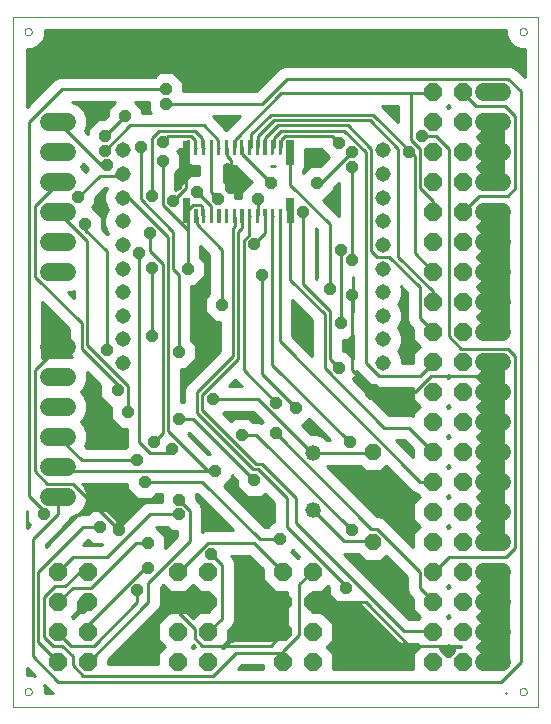
<source format=gbl>
G75*
G70*
%OFA0B0*%
%FSLAX24Y24*%
%IPPOS*%
%LPD*%
%AMOC8*
5,1,8,0,0,1.08239X$1,22.5*
%
%ADD10C,0.0000*%
%ADD11C,0.0520*%
%ADD12OC8,0.0520*%
%ADD13C,0.0515*%
%ADD14R,0.0240X0.0827*%
%ADD15R,0.0106X0.0472*%
%ADD16C,0.0600*%
%ADD17OC8,0.0600*%
%ADD18C,0.0100*%
%ADD19OC8,0.0400*%
D10*
X000150Y000150D02*
X000150Y023150D01*
X017650Y023150D01*
X017650Y000150D01*
X000150Y000150D01*
X000532Y000650D02*
X000534Y000671D01*
X000540Y000691D01*
X000549Y000711D01*
X000561Y000728D01*
X000576Y000742D01*
X000594Y000754D01*
X000614Y000762D01*
X000634Y000767D01*
X000655Y000768D01*
X000676Y000765D01*
X000696Y000759D01*
X000715Y000748D01*
X000732Y000735D01*
X000745Y000719D01*
X000756Y000701D01*
X000764Y000681D01*
X000768Y000661D01*
X000768Y000639D01*
X000764Y000619D01*
X000756Y000599D01*
X000745Y000581D01*
X000732Y000565D01*
X000715Y000552D01*
X000696Y000541D01*
X000676Y000535D01*
X000655Y000532D01*
X000634Y000533D01*
X000614Y000538D01*
X000594Y000546D01*
X000576Y000558D01*
X000561Y000572D01*
X000549Y000589D01*
X000540Y000609D01*
X000534Y000629D01*
X000532Y000650D01*
X017032Y000650D02*
X017034Y000671D01*
X017040Y000691D01*
X017049Y000711D01*
X017061Y000728D01*
X017076Y000742D01*
X017094Y000754D01*
X017114Y000762D01*
X017134Y000767D01*
X017155Y000768D01*
X017176Y000765D01*
X017196Y000759D01*
X017215Y000748D01*
X017232Y000735D01*
X017245Y000719D01*
X017256Y000701D01*
X017264Y000681D01*
X017268Y000661D01*
X017268Y000639D01*
X017264Y000619D01*
X017256Y000599D01*
X017245Y000581D01*
X017232Y000565D01*
X017215Y000552D01*
X017196Y000541D01*
X017176Y000535D01*
X017155Y000532D01*
X017134Y000533D01*
X017114Y000538D01*
X017094Y000546D01*
X017076Y000558D01*
X017061Y000572D01*
X017049Y000589D01*
X017040Y000609D01*
X017034Y000629D01*
X017032Y000650D01*
X017032Y022650D02*
X017034Y022671D01*
X017040Y022691D01*
X017049Y022711D01*
X017061Y022728D01*
X017076Y022742D01*
X017094Y022754D01*
X017114Y022762D01*
X017134Y022767D01*
X017155Y022768D01*
X017176Y022765D01*
X017196Y022759D01*
X017215Y022748D01*
X017232Y022735D01*
X017245Y022719D01*
X017256Y022701D01*
X017264Y022681D01*
X017268Y022661D01*
X017268Y022639D01*
X017264Y022619D01*
X017256Y022599D01*
X017245Y022581D01*
X017232Y022565D01*
X017215Y022552D01*
X017196Y022541D01*
X017176Y022535D01*
X017155Y022532D01*
X017134Y022533D01*
X017114Y022538D01*
X017094Y022546D01*
X017076Y022558D01*
X017061Y022572D01*
X017049Y022589D01*
X017040Y022609D01*
X017034Y022629D01*
X017032Y022650D01*
X000532Y022650D02*
X000534Y022671D01*
X000540Y022691D01*
X000549Y022711D01*
X000561Y022728D01*
X000576Y022742D01*
X000594Y022754D01*
X000614Y022762D01*
X000634Y022767D01*
X000655Y022768D01*
X000676Y022765D01*
X000696Y022759D01*
X000715Y022748D01*
X000732Y022735D01*
X000745Y022719D01*
X000756Y022701D01*
X000764Y022681D01*
X000768Y022661D01*
X000768Y022639D01*
X000764Y022619D01*
X000756Y022599D01*
X000745Y022581D01*
X000732Y022565D01*
X000715Y022552D01*
X000696Y022541D01*
X000676Y022535D01*
X000655Y022532D01*
X000634Y022533D01*
X000614Y022538D01*
X000594Y022546D01*
X000576Y022558D01*
X000561Y022572D01*
X000549Y022589D01*
X000540Y022609D01*
X000534Y022629D01*
X000532Y022650D01*
D11*
X010150Y008600D03*
X010150Y006700D03*
D12*
X012150Y007650D03*
X012150Y008650D03*
X012150Y010650D03*
X012150Y005650D03*
D13*
X012481Y011607D03*
X012481Y012394D03*
X012481Y013181D03*
X012481Y013969D03*
X012481Y014756D03*
X012481Y015544D03*
X012481Y016331D03*
X012481Y017119D03*
X012481Y017906D03*
X012481Y018693D03*
X003819Y018693D03*
X003819Y017906D03*
X003819Y017119D03*
X003819Y016331D03*
X003819Y015544D03*
X003819Y014756D03*
X003819Y013969D03*
X003819Y013181D03*
X003819Y012394D03*
X003819Y011607D03*
D14*
G36*
X005801Y017094D02*
X006040Y017095D01*
X006041Y016270D01*
X005802Y016269D01*
X005801Y017094D01*
G37*
G36*
X006038Y018200D02*
X005799Y018199D01*
X005798Y019024D01*
X006037Y019025D01*
X006038Y018200D01*
G37*
G36*
X009499Y018206D02*
X009260Y018205D01*
X009259Y019030D01*
X009498Y019031D01*
X009499Y018206D01*
G37*
G36*
X009262Y017100D02*
X009501Y017101D01*
X009502Y016276D01*
X009263Y016275D01*
X009262Y017100D01*
G37*
D15*
G36*
X009006Y016746D02*
X009111Y016747D01*
X009112Y016276D01*
X009007Y016275D01*
X009006Y016746D01*
G37*
G36*
X008751Y016745D02*
X008856Y016746D01*
X008857Y016275D01*
X008752Y016274D01*
X008751Y016745D01*
G37*
G36*
X008495Y016745D02*
X008600Y016746D01*
X008601Y016275D01*
X008496Y016274D01*
X008495Y016745D01*
G37*
G36*
X008239Y016744D02*
X008344Y016745D01*
X008345Y016274D01*
X008240Y016273D01*
X008239Y016744D01*
G37*
G36*
X007983Y016744D02*
X008088Y016745D01*
X008089Y016274D01*
X007984Y016273D01*
X007983Y016744D01*
G37*
G36*
X007727Y016743D02*
X007832Y016744D01*
X007833Y016273D01*
X007728Y016272D01*
X007727Y016743D01*
G37*
G36*
X007471Y016743D02*
X007576Y016744D01*
X007577Y016273D01*
X007472Y016272D01*
X007471Y016743D01*
G37*
G36*
X007215Y016743D02*
X007320Y016744D01*
X007321Y016273D01*
X007216Y016272D01*
X007215Y016743D01*
G37*
G36*
X006959Y016742D02*
X007064Y016743D01*
X007065Y016272D01*
X006960Y016271D01*
X006959Y016742D01*
G37*
G36*
X006703Y016742D02*
X006808Y016743D01*
X006809Y016272D01*
X006704Y016271D01*
X006703Y016742D01*
G37*
G36*
X006447Y016741D02*
X006552Y016742D01*
X006553Y016271D01*
X006448Y016270D01*
X006447Y016741D01*
G37*
G36*
X006192Y016741D02*
X006297Y016742D01*
X006298Y016271D01*
X006193Y016270D01*
X006192Y016741D01*
G37*
G36*
X006294Y018554D02*
X006189Y018553D01*
X006188Y019024D01*
X006293Y019025D01*
X006294Y018554D01*
G37*
G36*
X006549Y018555D02*
X006444Y018554D01*
X006443Y019025D01*
X006548Y019026D01*
X006549Y018555D01*
G37*
G36*
X006805Y018555D02*
X006700Y018554D01*
X006699Y019025D01*
X006804Y019026D01*
X006805Y018555D01*
G37*
G36*
X007061Y018556D02*
X006956Y018555D01*
X006955Y019026D01*
X007060Y019027D01*
X007061Y018556D01*
G37*
G36*
X007317Y018556D02*
X007212Y018555D01*
X007211Y019026D01*
X007316Y019027D01*
X007317Y018556D01*
G37*
G36*
X007573Y018557D02*
X007468Y018556D01*
X007467Y019027D01*
X007572Y019028D01*
X007573Y018557D01*
G37*
G36*
X007829Y018557D02*
X007724Y018556D01*
X007723Y019027D01*
X007828Y019028D01*
X007829Y018557D01*
G37*
G36*
X008085Y018557D02*
X007980Y018556D01*
X007979Y019027D01*
X008084Y019028D01*
X008085Y018557D01*
G37*
G36*
X008341Y018558D02*
X008236Y018557D01*
X008235Y019028D01*
X008340Y019029D01*
X008341Y018558D01*
G37*
G36*
X008597Y018558D02*
X008492Y018557D01*
X008491Y019028D01*
X008596Y019029D01*
X008597Y018558D01*
G37*
G36*
X008853Y018559D02*
X008748Y018558D01*
X008747Y019029D01*
X008852Y019030D01*
X008853Y018559D01*
G37*
G36*
X009108Y018559D02*
X009003Y018558D01*
X009002Y019029D01*
X009107Y019030D01*
X009108Y018559D01*
G37*
D16*
X015850Y018650D02*
X016450Y018650D01*
X016450Y019650D02*
X015850Y019650D01*
X015850Y020650D02*
X016450Y020650D01*
X016450Y017650D02*
X015850Y017650D01*
X015850Y016650D02*
X016450Y016650D01*
X016450Y015650D02*
X015850Y015650D01*
X015850Y014650D02*
X016450Y014650D01*
X016450Y013650D02*
X015850Y013650D01*
X015850Y012650D02*
X016450Y012650D01*
X016450Y011650D02*
X015850Y011650D01*
X015850Y010650D02*
X016450Y010650D01*
X016450Y009650D02*
X015850Y009650D01*
X015850Y008650D02*
X016450Y008650D01*
X016450Y007650D02*
X015850Y007650D01*
X015850Y006650D02*
X016450Y006650D01*
X016450Y005650D02*
X015850Y005650D01*
X015850Y004650D02*
X016450Y004650D01*
X016450Y003650D02*
X015850Y003650D01*
X015850Y002650D02*
X016450Y002650D01*
X016450Y001650D02*
X015850Y001650D01*
X001950Y007150D02*
X001350Y007150D01*
X001350Y008150D02*
X001950Y008150D01*
X001950Y009150D02*
X001350Y009150D01*
X001350Y010150D02*
X001950Y010150D01*
X001950Y011150D02*
X001350Y011150D01*
X001350Y012150D02*
X001950Y012150D01*
X001950Y014650D02*
X001350Y014650D01*
X001350Y015650D02*
X001950Y015650D01*
X001950Y016650D02*
X001350Y016650D01*
X001350Y017650D02*
X001950Y017650D01*
X001950Y018650D02*
X001350Y018650D01*
X001350Y019650D02*
X001950Y019650D01*
D17*
X001650Y004650D03*
X001650Y003650D03*
X001650Y002650D03*
X001650Y001650D03*
X002650Y001650D03*
X002650Y002650D03*
X002650Y003650D03*
X002650Y004650D03*
X005650Y004650D03*
X005650Y003650D03*
X005650Y002650D03*
X005650Y001650D03*
X006650Y001650D03*
X006650Y002650D03*
X006650Y003650D03*
X006650Y004650D03*
X009150Y004650D03*
X009150Y003650D03*
X009150Y002650D03*
X009150Y001650D03*
X010150Y001650D03*
X010150Y002650D03*
X010150Y003650D03*
X010150Y004650D03*
X014150Y004650D03*
X014150Y003650D03*
X014150Y002650D03*
X014150Y001650D03*
X015150Y001650D03*
X015150Y002650D03*
X015150Y003650D03*
X015150Y004650D03*
X015150Y005650D03*
X015150Y006650D03*
X015150Y007650D03*
X015150Y008650D03*
X015150Y009650D03*
X015150Y010650D03*
X015150Y011650D03*
X015150Y012650D03*
X015150Y013650D03*
X015150Y014650D03*
X015150Y015650D03*
X015150Y016650D03*
X015150Y017650D03*
X015150Y018650D03*
X015150Y019650D03*
X015150Y020650D03*
X014150Y020650D03*
X014150Y019650D03*
X014150Y018650D03*
X014150Y017650D03*
X014150Y016650D03*
X014150Y015650D03*
X014150Y014650D03*
X014150Y013650D03*
X014150Y012650D03*
X014150Y011650D03*
X014150Y010650D03*
X014150Y009650D03*
X014150Y008650D03*
X014150Y007650D03*
X014150Y006650D03*
X014150Y005650D03*
D18*
X014650Y006098D02*
X014598Y006150D01*
X014650Y006202D01*
X014702Y006150D01*
X014650Y006098D01*
X014606Y006159D02*
X014694Y006159D01*
X014650Y007098D02*
X014702Y007150D01*
X014650Y007202D01*
X014598Y007150D01*
X014650Y007098D01*
X014604Y007144D02*
X014696Y007144D01*
X014150Y007650D02*
X013710Y007650D01*
X009030Y012330D01*
X009030Y016470D01*
X009059Y016511D01*
X008804Y016510D02*
X008790Y016470D01*
X008790Y011550D01*
X011370Y008970D01*
X010716Y009030D02*
X010611Y009030D01*
X010507Y009134D01*
X010275Y009230D01*
X010084Y009230D01*
X009774Y009540D01*
X009806Y009540D01*
X010006Y009740D01*
X010716Y009030D01*
X010633Y009114D02*
X010527Y009114D01*
X010534Y009212D02*
X010319Y009212D01*
X010436Y009311D02*
X010003Y009311D01*
X009905Y009409D02*
X010337Y009409D01*
X010239Y009508D02*
X009806Y009508D01*
X009872Y009606D02*
X010140Y009606D01*
X010042Y009705D02*
X009971Y009705D01*
X009570Y010110D02*
X008430Y011250D01*
X008430Y014550D01*
X008190Y015570D02*
X008550Y015930D01*
X008550Y016470D01*
X008548Y016510D01*
X008310Y016530D02*
X008292Y016509D01*
X008310Y016530D02*
X008310Y017070D01*
X007920Y017486D02*
X007380Y017486D01*
X007410Y017430D02*
X007410Y018390D01*
X007290Y018510D01*
X007290Y018750D01*
X007264Y018791D01*
X007008Y018791D02*
X006990Y018810D01*
X006990Y019050D01*
X006510Y019530D01*
X004050Y019530D01*
X003210Y018690D01*
X003210Y019170D02*
X003870Y019830D01*
X003478Y020244D02*
X002267Y020244D01*
X002330Y020218D02*
X002107Y020310D01*
X003544Y020310D01*
X003300Y020066D01*
X003300Y019854D01*
X003186Y019740D01*
X002974Y019740D01*
X002640Y019406D01*
X002640Y019254D01*
X002549Y019345D01*
X002620Y019517D01*
X002620Y019783D01*
X002518Y020030D01*
X002330Y020218D01*
X002402Y020146D02*
X003379Y020146D01*
X003300Y020047D02*
X002500Y020047D01*
X002552Y019949D02*
X003300Y019949D01*
X003296Y019850D02*
X002592Y019850D01*
X002620Y019752D02*
X003198Y019752D01*
X002887Y019653D02*
X002620Y019653D01*
X002620Y019555D02*
X002788Y019555D01*
X002690Y019456D02*
X002595Y019456D01*
X002554Y019358D02*
X002640Y019358D01*
X002635Y019259D02*
X002640Y019259D01*
X002477Y018229D02*
X002646Y018060D01*
X002547Y017961D01*
X002518Y018030D01*
X002398Y018150D01*
X002477Y018229D01*
X002530Y018176D02*
X002423Y018176D01*
X002470Y018077D02*
X002629Y018077D01*
X002565Y017979D02*
X002539Y017979D01*
X003030Y017850D02*
X002310Y017130D01*
X002786Y016800D02*
X002880Y016894D01*
X002880Y017106D01*
X003204Y017430D01*
X003269Y017430D01*
X003192Y017243D01*
X003192Y016994D01*
X003287Y016763D01*
X003326Y016725D01*
X003287Y016687D01*
X003192Y016456D01*
X003192Y016206D01*
X003287Y015976D01*
X003326Y015937D01*
X003291Y015903D01*
X003120Y016074D01*
X003120Y016466D01*
X002786Y016800D01*
X002786Y016800D01*
X002790Y016797D02*
X003273Y016797D01*
X003299Y016698D02*
X002888Y016698D01*
X002987Y016600D02*
X003251Y016600D01*
X003211Y016501D02*
X003085Y016501D01*
X003120Y016403D02*
X003192Y016403D01*
X003192Y016304D02*
X003120Y016304D01*
X003120Y016206D02*
X003192Y016206D01*
X003233Y016107D02*
X003120Y016107D01*
X003185Y016009D02*
X003274Y016009D01*
X003284Y015910D02*
X003298Y015910D01*
X003270Y015330D02*
X003270Y012030D01*
X003730Y011684D02*
X003813Y011767D01*
X003930Y011767D01*
X003930Y011484D01*
X003730Y011684D01*
X003739Y011675D02*
X003930Y011675D01*
X003930Y011576D02*
X003838Y011576D01*
X003630Y010890D02*
X002430Y012090D01*
X002430Y012930D01*
X000870Y014490D01*
X000870Y016830D01*
X001650Y017610D01*
X001650Y017650D01*
X001650Y016650D02*
X002610Y015690D01*
X002610Y012210D01*
X003990Y010830D01*
X003990Y009990D01*
X003568Y009606D02*
X002441Y009606D01*
X002398Y009650D02*
X002518Y009770D01*
X002620Y010017D01*
X002620Y010283D01*
X002518Y010530D01*
X002398Y010650D01*
X002518Y010770D01*
X002620Y011017D01*
X002620Y011283D01*
X002604Y011322D01*
X003060Y010866D01*
X003060Y010474D01*
X003394Y010140D01*
X003420Y010140D01*
X003420Y009754D01*
X003754Y009420D01*
X003930Y009420D01*
X003930Y009054D01*
X003930Y008886D01*
X003951Y008837D01*
X003904Y008790D01*
X002604Y008790D01*
X002549Y008845D01*
X002620Y009017D01*
X002620Y009283D01*
X002518Y009530D01*
X002398Y009650D01*
X002452Y009705D02*
X003469Y009705D01*
X003420Y009803D02*
X002531Y009803D01*
X002572Y009902D02*
X003420Y009902D01*
X003420Y010000D02*
X002613Y010000D01*
X002620Y010099D02*
X003420Y010099D01*
X003337Y010197D02*
X002620Y010197D01*
X002615Y010296D02*
X003238Y010296D01*
X003140Y010394D02*
X002574Y010394D01*
X002533Y010493D02*
X003060Y010493D01*
X003060Y010591D02*
X002456Y010591D01*
X002437Y010690D02*
X003060Y010690D01*
X003060Y010788D02*
X002525Y010788D01*
X002566Y010887D02*
X003040Y010887D01*
X002941Y010985D02*
X002607Y010985D01*
X002620Y011084D02*
X002843Y011084D01*
X002744Y011182D02*
X002620Y011182D01*
X002620Y011281D02*
X002646Y011281D01*
X002122Y011804D02*
X002083Y011820D01*
X001217Y011820D01*
X001110Y011776D01*
X001110Y013656D01*
X002010Y012756D01*
X002010Y012006D01*
X002074Y011852D01*
X002122Y011804D01*
X002066Y011872D02*
X001110Y011872D01*
X001110Y011970D02*
X002025Y011970D01*
X002010Y012069D02*
X001110Y012069D01*
X001110Y012167D02*
X002010Y012167D01*
X002010Y012266D02*
X001110Y012266D01*
X001110Y012364D02*
X002010Y012364D01*
X002010Y012463D02*
X001110Y012463D01*
X001110Y012561D02*
X002010Y012561D01*
X002010Y012660D02*
X001110Y012660D01*
X001110Y012758D02*
X002008Y012758D01*
X001909Y012857D02*
X001110Y012857D01*
X001110Y012955D02*
X001811Y012955D01*
X001712Y013054D02*
X001110Y013054D01*
X001110Y013152D02*
X001614Y013152D01*
X001515Y013251D02*
X001110Y013251D01*
X001110Y013349D02*
X001417Y013349D01*
X001318Y013448D02*
X001110Y013448D01*
X001110Y013546D02*
X001220Y013546D01*
X001121Y013645D02*
X001110Y013645D01*
X001974Y013980D02*
X002083Y013980D01*
X002190Y014024D01*
X002190Y013764D01*
X001974Y013980D01*
X002014Y013940D02*
X002190Y013940D01*
X002190Y013842D02*
X002112Y013842D01*
X001650Y012150D02*
X000870Y011370D01*
X000870Y008010D01*
X001290Y007590D01*
X002130Y007590D01*
X003690Y006030D01*
X003606Y006060D02*
X003600Y006060D01*
X003600Y006054D02*
X003600Y006386D01*
X003266Y006720D01*
X002794Y006720D01*
X002644Y006570D01*
X002574Y006570D01*
X002406Y006570D01*
X002252Y006506D01*
X001230Y005484D01*
X001230Y005556D01*
X001888Y006214D01*
X002006Y006332D01*
X002067Y006480D01*
X002083Y006480D01*
X002330Y006582D01*
X002518Y006770D01*
X002620Y007017D01*
X002620Y007283D01*
X002518Y007530D01*
X002458Y007590D01*
X003960Y007590D01*
X003960Y007414D01*
X004294Y007080D01*
X004766Y007080D01*
X004916Y007230D01*
X005100Y007230D01*
X005100Y006990D01*
X004626Y006990D01*
X004472Y006926D01*
X003600Y006054D01*
X003600Y006159D02*
X003705Y006159D01*
X003803Y006257D02*
X003600Y006257D01*
X003600Y006356D02*
X003902Y006356D01*
X004000Y006454D02*
X003532Y006454D01*
X003434Y006553D02*
X004099Y006553D01*
X004197Y006651D02*
X003335Y006651D01*
X003030Y006150D02*
X002490Y006150D01*
X000990Y004650D01*
X000990Y002310D01*
X001650Y001650D01*
X002130Y001530D02*
X002130Y001830D01*
X001770Y002190D01*
X001470Y002190D01*
X001170Y002490D01*
X001170Y003810D01*
X001530Y004170D01*
X001890Y004170D01*
X002370Y004650D01*
X002650Y004650D01*
X002730Y004110D02*
X002130Y004110D01*
X001650Y003630D01*
X001650Y003650D01*
X002098Y003150D02*
X002320Y003372D01*
X002320Y003690D01*
X002814Y003690D01*
X002886Y003720D01*
X002486Y003320D01*
X002372Y003320D01*
X002150Y003098D01*
X002098Y003150D01*
X002143Y003105D02*
X002157Y003105D01*
X002151Y003204D02*
X002256Y003204D01*
X002250Y003302D02*
X002354Y003302D01*
X002320Y003401D02*
X002567Y003401D01*
X002665Y003499D02*
X002320Y003499D01*
X002320Y003598D02*
X002764Y003598D01*
X002828Y003696D02*
X002862Y003696D01*
X002730Y004110D02*
X004230Y005610D01*
X004650Y005610D01*
X005006Y006060D02*
X005374Y006060D01*
X005434Y006000D02*
X005610Y006000D01*
X005610Y005844D01*
X005220Y005454D01*
X005220Y005846D01*
X004916Y006150D01*
X005284Y006150D01*
X005434Y006000D01*
X005610Y005962D02*
X005105Y005962D01*
X005203Y005863D02*
X005610Y005863D01*
X005531Y005765D02*
X005220Y005765D01*
X005220Y005666D02*
X005432Y005666D01*
X005334Y005568D02*
X005220Y005568D01*
X005220Y005469D02*
X005235Y005469D01*
X004650Y004770D02*
X004530Y004770D01*
X002670Y002910D01*
X002670Y002670D01*
X002650Y002650D01*
X002850Y002190D02*
X002070Y002190D01*
X001650Y002610D01*
X001650Y002650D01*
X000810Y001830D02*
X000810Y005730D01*
X001650Y006570D01*
X001650Y007150D01*
X001170Y006690D02*
X000690Y007170D01*
X000690Y019650D01*
X001770Y020730D01*
X005250Y020730D01*
X005250Y020250D02*
X008430Y020250D01*
X009270Y021090D01*
X016650Y021090D01*
X017070Y020670D01*
X017070Y001650D01*
X016410Y000990D01*
X001650Y000990D01*
X000810Y001830D01*
X000600Y001446D02*
X000874Y001172D01*
X000763Y001218D01*
X000600Y001218D01*
X000600Y001446D01*
X000600Y001431D02*
X000616Y001431D01*
X000600Y001332D02*
X000714Y001332D01*
X000813Y001234D02*
X000600Y001234D01*
X001172Y000874D02*
X001412Y000634D01*
X001494Y000600D01*
X001218Y000600D01*
X001218Y000763D01*
X001172Y000874D01*
X001186Y000840D02*
X001207Y000840D01*
X001218Y000741D02*
X001305Y000741D01*
X001218Y000643D02*
X001404Y000643D01*
X002130Y001530D02*
X002490Y001170D01*
X006810Y001170D01*
X007590Y001950D01*
X009150Y001950D01*
X009150Y001650D01*
X009150Y001950D02*
X009150Y002010D01*
X009690Y002550D01*
X009690Y004230D01*
X010110Y004650D01*
X010150Y004650D01*
X010636Y004189D02*
X010638Y004189D01*
X010637Y004189D02*
X010680Y004146D01*
X010680Y003874D01*
X011014Y003540D01*
X011486Y003540D01*
X011596Y003650D01*
X012814Y002432D01*
X012932Y002314D01*
X013086Y002250D01*
X013602Y002250D01*
X013702Y002150D01*
X013480Y001928D01*
X013480Y001410D01*
X010820Y001410D01*
X010820Y001928D01*
X010598Y002150D01*
X010820Y002372D01*
X010820Y002928D01*
X010428Y003320D01*
X010110Y003320D01*
X010110Y003980D01*
X010428Y003980D01*
X010637Y004189D01*
X010680Y004090D02*
X010538Y004090D01*
X010439Y003992D02*
X010680Y003992D01*
X010680Y003893D02*
X010110Y003893D01*
X010110Y003795D02*
X010759Y003795D01*
X010858Y003696D02*
X010110Y003696D01*
X010150Y003650D02*
X010170Y003630D01*
X011910Y003630D01*
X013350Y002190D01*
X015090Y002190D01*
X015090Y002130D01*
X014370Y002130D01*
X014370Y002070D01*
X014610Y001830D01*
X014670Y001830D01*
X014850Y002010D01*
X014850Y002070D01*
X014490Y002070D01*
X014490Y002010D01*
X014610Y001890D01*
X014670Y001890D01*
X014730Y001950D01*
X014730Y002010D01*
X014670Y002010D01*
X014650Y002098D02*
X014598Y002150D01*
X014650Y002202D01*
X014702Y002150D01*
X014650Y002098D01*
X014628Y002120D02*
X014672Y002120D01*
X014150Y002650D02*
X014130Y002670D01*
X013170Y002670D01*
X009570Y006270D01*
X009570Y007110D01*
X008430Y008250D01*
X008250Y008250D01*
X006450Y010050D01*
X006450Y010530D01*
X007650Y011730D01*
X007650Y015990D01*
X007770Y016110D01*
X007770Y016470D01*
X007780Y016508D01*
X007530Y016470D02*
X007530Y016170D01*
X007470Y016110D01*
X007470Y011850D01*
X006270Y010650D01*
X006270Y009930D01*
X008130Y008070D01*
X008310Y008070D01*
X009270Y007110D01*
X009270Y006150D01*
X011250Y004170D01*
X011250Y004110D01*
X011544Y003598D02*
X011649Y003598D01*
X011747Y003499D02*
X010110Y003499D01*
X010110Y003401D02*
X011846Y003401D01*
X011944Y003302D02*
X010446Y003302D01*
X010544Y003204D02*
X012043Y003204D01*
X012141Y003105D02*
X010643Y003105D01*
X010741Y003007D02*
X012240Y003007D01*
X012338Y002908D02*
X010820Y002908D01*
X010820Y002810D02*
X012437Y002810D01*
X012535Y002711D02*
X010820Y002711D01*
X010820Y002613D02*
X012634Y002613D01*
X012732Y002514D02*
X010820Y002514D01*
X010820Y002416D02*
X012831Y002416D01*
X012929Y002317D02*
X010765Y002317D01*
X010666Y002219D02*
X013634Y002219D01*
X013672Y002120D02*
X010628Y002120D01*
X010726Y002022D02*
X013574Y002022D01*
X013480Y001923D02*
X010820Y001923D01*
X010820Y001825D02*
X013480Y001825D01*
X013480Y001726D02*
X010820Y001726D01*
X010820Y001628D02*
X013480Y001628D01*
X013480Y001529D02*
X010820Y001529D01*
X010820Y001431D02*
X013480Y001431D01*
X013344Y003090D02*
X011184Y005250D01*
X011659Y005250D01*
X011889Y005020D01*
X012411Y005020D01*
X012578Y005188D01*
X013290Y004476D01*
X013290Y004026D01*
X013354Y003872D01*
X013480Y003746D01*
X013480Y003372D01*
X013702Y003150D01*
X013642Y003090D01*
X013344Y003090D01*
X013329Y003105D02*
X013657Y003105D01*
X013649Y003204D02*
X013230Y003204D01*
X013132Y003302D02*
X013550Y003302D01*
X013480Y003401D02*
X013033Y003401D01*
X012935Y003499D02*
X013480Y003499D01*
X013480Y003598D02*
X012836Y003598D01*
X012738Y003696D02*
X013480Y003696D01*
X013432Y003795D02*
X012639Y003795D01*
X012541Y003893D02*
X013345Y003893D01*
X013304Y003992D02*
X012442Y003992D01*
X012344Y004090D02*
X013290Y004090D01*
X013290Y004189D02*
X012245Y004189D01*
X012147Y004287D02*
X013290Y004287D01*
X013290Y004386D02*
X012048Y004386D01*
X011950Y004484D02*
X013282Y004484D01*
X013184Y004583D02*
X011851Y004583D01*
X011753Y004681D02*
X013085Y004681D01*
X012987Y004780D02*
X011654Y004780D01*
X011556Y004878D02*
X012888Y004878D01*
X012790Y004977D02*
X011457Y004977D01*
X011359Y005075D02*
X011834Y005075D01*
X011736Y005174D02*
X011260Y005174D01*
X011190Y005670D02*
X010170Y006690D01*
X010150Y006700D01*
X011138Y007636D02*
X013130Y007636D01*
X013229Y007538D02*
X011236Y007538D01*
X011335Y007439D02*
X013327Y007439D01*
X013354Y007412D02*
X013472Y007294D01*
X013620Y007233D01*
X013702Y007150D01*
X013480Y006928D01*
X013480Y006372D01*
X013702Y006150D01*
X013480Y005928D01*
X013480Y005474D01*
X012508Y006446D01*
X012354Y006510D01*
X012264Y006510D01*
X010607Y008167D01*
X010631Y008190D01*
X011719Y008190D01*
X011889Y008020D01*
X012411Y008020D01*
X012578Y008188D01*
X013354Y007412D01*
X013426Y007341D02*
X011433Y007341D01*
X011532Y007242D02*
X013597Y007242D01*
X013696Y007144D02*
X011630Y007144D01*
X011729Y007045D02*
X013597Y007045D01*
X013499Y006947D02*
X011827Y006947D01*
X011926Y006848D02*
X013480Y006848D01*
X013480Y006750D02*
X012024Y006750D01*
X012123Y006651D02*
X013480Y006651D01*
X013480Y006553D02*
X012221Y006553D01*
X012489Y006454D02*
X013480Y006454D01*
X013497Y006356D02*
X012598Y006356D01*
X012697Y006257D02*
X013595Y006257D01*
X013694Y006159D02*
X012795Y006159D01*
X012894Y006060D02*
X013612Y006060D01*
X013514Y005962D02*
X012992Y005962D01*
X013091Y005863D02*
X013480Y005863D01*
X013480Y005765D02*
X013189Y005765D01*
X013288Y005666D02*
X013480Y005666D01*
X013480Y005568D02*
X013386Y005568D01*
X012691Y005075D02*
X012466Y005075D01*
X012564Y005174D02*
X012593Y005174D01*
X012150Y005650D02*
X012150Y005670D01*
X011190Y005670D01*
X011430Y006030D02*
X008250Y009210D01*
X007770Y009210D01*
X008156Y009630D02*
X008006Y009780D01*
X007534Y009780D01*
X007424Y009670D01*
X007150Y009944D01*
X007196Y009990D01*
X008136Y009990D01*
X008480Y009646D01*
X008426Y009592D01*
X008334Y009630D01*
X008156Y009630D01*
X008082Y009705D02*
X008422Y009705D01*
X008440Y009606D02*
X008391Y009606D01*
X008323Y009803D02*
X007291Y009803D01*
X007389Y009705D02*
X007458Y009705D01*
X007192Y009902D02*
X008225Y009902D01*
X008310Y010410D02*
X010110Y008610D01*
X010150Y008600D01*
X010170Y008610D01*
X012150Y008610D01*
X012150Y008650D01*
X012519Y008129D02*
X012638Y008129D01*
X012736Y008030D02*
X012421Y008030D01*
X012835Y007932D02*
X010842Y007932D01*
X010744Y008030D02*
X011879Y008030D01*
X011781Y008129D02*
X010645Y008129D01*
X010941Y007833D02*
X012933Y007833D01*
X013032Y007735D02*
X011039Y007735D01*
X012090Y006090D02*
X012270Y006090D01*
X013710Y004650D01*
X013710Y004110D01*
X014130Y003690D01*
X014150Y003650D01*
X014598Y004150D02*
X014650Y004202D01*
X014702Y004150D01*
X014650Y004098D01*
X014598Y004150D01*
X014636Y004189D02*
X014664Y004189D01*
X014190Y004650D02*
X014150Y004650D01*
X014190Y004650D02*
X014670Y005130D01*
X016590Y005130D01*
X016890Y005430D01*
X016890Y011850D01*
X016650Y012090D01*
X015090Y012090D01*
X014670Y012510D01*
X014670Y018750D01*
X014250Y019170D01*
X013770Y019170D01*
X013410Y019050D02*
X013710Y018750D01*
X013710Y017430D01*
X014130Y017010D01*
X014130Y016650D01*
X014150Y016650D01*
X015150Y016650D02*
X015690Y017190D01*
X016650Y017190D01*
X016890Y017430D01*
X016890Y019830D01*
X016530Y020190D01*
X015570Y020190D01*
X015150Y020610D01*
X015150Y020650D01*
X015820Y020638D02*
X016508Y020638D01*
X016536Y020610D02*
X015820Y020610D01*
X015820Y020670D01*
X016476Y020670D01*
X016536Y020610D01*
X017006Y021328D02*
X017200Y021328D01*
X017200Y021426D02*
X016908Y021426D01*
X016888Y021446D02*
X016734Y021510D01*
X009186Y021510D01*
X009032Y021446D01*
X008914Y021328D01*
X008256Y020670D01*
X005820Y020670D01*
X005820Y020966D01*
X005486Y021300D01*
X005014Y021300D01*
X004864Y021150D01*
X001686Y021150D01*
X001532Y021086D01*
X001414Y020968D01*
X000600Y020154D01*
X000600Y022082D01*
X000763Y022082D01*
X000972Y022168D01*
X001132Y022328D01*
X001218Y022537D01*
X001218Y022700D01*
X016582Y022700D01*
X016582Y022537D01*
X016668Y022328D01*
X016828Y022168D01*
X017037Y022082D01*
X017200Y022082D01*
X017200Y021134D01*
X016888Y021446D01*
X017105Y021229D02*
X017200Y021229D01*
X017200Y021525D02*
X000600Y021525D01*
X000600Y021623D02*
X017200Y021623D01*
X017200Y021722D02*
X000600Y021722D01*
X000600Y021820D02*
X017200Y021820D01*
X017200Y021919D02*
X000600Y021919D01*
X000600Y022017D02*
X017200Y022017D01*
X016956Y022116D02*
X000844Y022116D01*
X001017Y022214D02*
X016783Y022214D01*
X016684Y022313D02*
X001116Y022313D01*
X001166Y022411D02*
X016634Y022411D01*
X016593Y022510D02*
X001207Y022510D01*
X001218Y022608D02*
X016582Y022608D01*
X014650Y020202D02*
X014702Y020150D01*
X014650Y020098D01*
X014598Y020150D01*
X014650Y020202D01*
X014602Y020146D02*
X014698Y020146D01*
X014130Y020610D02*
X014150Y020650D01*
X014130Y020610D02*
X013410Y020610D01*
X013410Y019050D01*
X013380Y018660D02*
X013350Y018630D01*
X013380Y018660D02*
X012150Y019890D01*
X008730Y019890D01*
X008070Y019230D01*
X008070Y018810D01*
X008032Y018792D01*
X008288Y018793D02*
X008310Y018810D01*
X008310Y019170D01*
X008850Y019710D01*
X012030Y019710D01*
X012990Y018750D01*
X012990Y015150D01*
X014130Y014010D01*
X014130Y013650D01*
X014150Y013650D01*
X013710Y014130D02*
X013710Y013110D01*
X014130Y012690D01*
X014150Y012650D01*
X013685Y012167D02*
X013066Y012167D01*
X013107Y012266D02*
X013587Y012266D01*
X013488Y012364D02*
X013108Y012364D01*
X013108Y012269D02*
X013108Y012519D01*
X013013Y012750D01*
X012974Y012788D01*
X013013Y012826D01*
X013108Y013057D01*
X013108Y013306D01*
X013013Y013537D01*
X012974Y013575D01*
X013013Y013613D01*
X013108Y013844D01*
X013108Y014094D01*
X013077Y014169D01*
X013290Y013956D01*
X013290Y013026D01*
X013354Y012872D01*
X013480Y012746D01*
X013480Y012372D01*
X013702Y012150D01*
X013480Y011928D01*
X013480Y011610D01*
X013108Y011610D01*
X013108Y011732D01*
X013013Y011962D01*
X012974Y012000D01*
X013013Y012039D01*
X013108Y012269D01*
X013108Y012463D02*
X013480Y012463D01*
X013480Y012561D02*
X013091Y012561D01*
X013050Y012660D02*
X013480Y012660D01*
X013468Y012758D02*
X013004Y012758D01*
X013025Y012857D02*
X013369Y012857D01*
X013320Y012955D02*
X013066Y012955D01*
X013107Y013054D02*
X013290Y013054D01*
X013290Y013152D02*
X013108Y013152D01*
X013108Y013251D02*
X013290Y013251D01*
X013290Y013349D02*
X013090Y013349D01*
X013050Y013448D02*
X013290Y013448D01*
X013290Y013546D02*
X013004Y013546D01*
X013026Y013645D02*
X013290Y013645D01*
X013290Y013743D02*
X013066Y013743D01*
X013107Y013842D02*
X013290Y013842D01*
X013290Y013940D02*
X013108Y013940D01*
X013108Y014039D02*
X013207Y014039D01*
X013109Y014137D02*
X013090Y014137D01*
X013710Y014130D02*
X012690Y015150D01*
X012270Y015150D01*
X012090Y015330D01*
X012090Y018750D01*
X011310Y019530D01*
X008970Y019530D01*
X008550Y019110D01*
X008550Y018810D01*
X008544Y018793D01*
X008800Y018794D02*
X008850Y018810D01*
X008850Y019110D01*
X009090Y019350D01*
X011190Y019350D01*
X011910Y018630D01*
X011910Y011610D01*
X012330Y011190D01*
X013710Y011190D01*
X014130Y011610D01*
X014150Y011650D01*
X014070Y011190D02*
X015570Y011190D01*
X016110Y010650D01*
X016150Y010650D01*
X016470Y010690D02*
X015820Y010690D01*
X015820Y010788D02*
X016470Y010788D01*
X016470Y010887D02*
X015820Y010887D01*
X015820Y010928D02*
X015598Y011150D01*
X015820Y011372D01*
X015820Y011670D01*
X016470Y011670D01*
X016470Y005604D01*
X016416Y005550D01*
X015820Y005550D01*
X015820Y005928D01*
X015598Y006150D01*
X015820Y006372D01*
X015820Y006928D01*
X015598Y007150D01*
X015820Y007372D01*
X015820Y007928D01*
X015598Y008150D01*
X015820Y008372D01*
X015820Y008928D01*
X015598Y009150D01*
X015820Y009372D01*
X015820Y009928D01*
X015598Y010150D01*
X015820Y010372D01*
X015820Y010928D01*
X015762Y010985D02*
X016470Y010985D01*
X016470Y011084D02*
X015664Y011084D01*
X015630Y011182D02*
X016470Y011182D01*
X016470Y011281D02*
X015728Y011281D01*
X015690Y011190D02*
X016150Y011650D01*
X016470Y011576D02*
X015820Y011576D01*
X015820Y011478D02*
X016470Y011478D01*
X016470Y011379D02*
X015820Y011379D01*
X015690Y011190D02*
X015570Y011190D01*
X015820Y010591D02*
X016470Y010591D01*
X016470Y010493D02*
X015820Y010493D01*
X015820Y010394D02*
X016470Y010394D01*
X016470Y010296D02*
X015743Y010296D01*
X015645Y010197D02*
X016470Y010197D01*
X016470Y010099D02*
X015649Y010099D01*
X015747Y010000D02*
X016470Y010000D01*
X016470Y009902D02*
X015820Y009902D01*
X015820Y009803D02*
X016470Y009803D01*
X016470Y009705D02*
X015820Y009705D01*
X015820Y009606D02*
X016470Y009606D01*
X016470Y009508D02*
X015820Y009508D01*
X015820Y009409D02*
X016470Y009409D01*
X016470Y009311D02*
X015758Y009311D01*
X015660Y009212D02*
X016470Y009212D01*
X016470Y009114D02*
X015634Y009114D01*
X015732Y009015D02*
X016470Y009015D01*
X016470Y008917D02*
X015820Y008917D01*
X015820Y008818D02*
X016470Y008818D01*
X016470Y008720D02*
X015820Y008720D01*
X015820Y008621D02*
X016470Y008621D01*
X016470Y008523D02*
X015820Y008523D01*
X015820Y008424D02*
X016470Y008424D01*
X016470Y008326D02*
X015773Y008326D01*
X015675Y008227D02*
X016470Y008227D01*
X016470Y008129D02*
X015619Y008129D01*
X015718Y008030D02*
X016470Y008030D01*
X016470Y007932D02*
X015816Y007932D01*
X015820Y007833D02*
X016470Y007833D01*
X016470Y007735D02*
X015820Y007735D01*
X015820Y007636D02*
X016470Y007636D01*
X016470Y007538D02*
X015820Y007538D01*
X015820Y007439D02*
X016470Y007439D01*
X016470Y007341D02*
X015788Y007341D01*
X015690Y007242D02*
X016470Y007242D01*
X016470Y007144D02*
X015604Y007144D01*
X015703Y007045D02*
X016470Y007045D01*
X016470Y006947D02*
X015801Y006947D01*
X015820Y006848D02*
X016470Y006848D01*
X016470Y006750D02*
X015820Y006750D01*
X015820Y006651D02*
X016470Y006651D01*
X016470Y006553D02*
X015820Y006553D01*
X015820Y006454D02*
X016470Y006454D01*
X016470Y006356D02*
X015803Y006356D01*
X015705Y006257D02*
X016470Y006257D01*
X016470Y006159D02*
X015606Y006159D01*
X015688Y006060D02*
X016470Y006060D01*
X016470Y005962D02*
X015786Y005962D01*
X015820Y005863D02*
X016470Y005863D01*
X016470Y005765D02*
X015820Y005765D01*
X015820Y005666D02*
X016470Y005666D01*
X016434Y005568D02*
X015820Y005568D01*
X015820Y004710D02*
X016650Y004710D01*
X016650Y001824D01*
X016236Y001410D01*
X015820Y001410D01*
X015820Y001928D01*
X015598Y002150D01*
X015820Y002372D01*
X015820Y002928D01*
X015598Y003150D01*
X015820Y003372D01*
X015820Y003928D01*
X015598Y004150D01*
X015820Y004372D01*
X015820Y004710D01*
X015820Y004681D02*
X016650Y004681D01*
X016650Y004583D02*
X015820Y004583D01*
X015820Y004484D02*
X016650Y004484D01*
X016650Y004386D02*
X015820Y004386D01*
X015735Y004287D02*
X016650Y004287D01*
X016650Y004189D02*
X015636Y004189D01*
X015658Y004090D02*
X016650Y004090D01*
X016650Y003992D02*
X015756Y003992D01*
X015820Y003893D02*
X016650Y003893D01*
X016650Y003795D02*
X015820Y003795D01*
X015820Y003696D02*
X016650Y003696D01*
X016650Y003598D02*
X015820Y003598D01*
X015820Y003499D02*
X016650Y003499D01*
X016650Y003401D02*
X015820Y003401D01*
X015750Y003302D02*
X016650Y003302D01*
X016650Y003204D02*
X015651Y003204D01*
X015643Y003105D02*
X016650Y003105D01*
X016650Y003007D02*
X015741Y003007D01*
X015820Y002908D02*
X016650Y002908D01*
X016650Y002810D02*
X015820Y002810D01*
X015820Y002711D02*
X016650Y002711D01*
X016650Y002613D02*
X015820Y002613D01*
X015820Y002514D02*
X016650Y002514D01*
X016650Y002416D02*
X015820Y002416D01*
X015765Y002317D02*
X016650Y002317D01*
X016650Y002219D02*
X015666Y002219D01*
X015628Y002120D02*
X016650Y002120D01*
X016650Y002022D02*
X015726Y002022D01*
X015820Y001923D02*
X016650Y001923D01*
X016650Y001825D02*
X015820Y001825D01*
X015820Y001726D02*
X016552Y001726D01*
X016454Y001628D02*
X015820Y001628D01*
X015820Y001529D02*
X016355Y001529D01*
X016257Y001431D02*
X015820Y001431D01*
X016566Y000600D02*
X016582Y000607D01*
X016582Y000600D01*
X016566Y000600D01*
X014650Y003098D02*
X014598Y003150D01*
X014650Y003202D01*
X014702Y003150D01*
X014650Y003098D01*
X014643Y003105D02*
X014657Y003105D01*
X012090Y006090D02*
X008910Y009270D01*
X008910Y010290D02*
X007830Y011370D01*
X007830Y015690D01*
X008010Y015870D01*
X008010Y016470D01*
X008036Y016509D01*
X007530Y016470D02*
X007524Y016508D01*
X007560Y017114D02*
X007560Y017306D01*
X007226Y017640D01*
X007170Y017640D01*
X007170Y018199D01*
X007265Y018238D01*
X007394Y018185D01*
X007561Y018185D01*
X008106Y017640D01*
X008074Y017640D01*
X007740Y017306D01*
X007740Y017115D01*
X007652Y017114D01*
X007651Y017114D01*
X007650Y017114D01*
X007560Y017114D01*
X007560Y017191D02*
X007740Y017191D01*
X007740Y017289D02*
X007560Y017289D01*
X007479Y017388D02*
X007821Y017388D01*
X008018Y017585D02*
X007282Y017585D01*
X007170Y017683D02*
X008063Y017683D01*
X007964Y017782D02*
X007170Y017782D01*
X007170Y017880D02*
X007866Y017880D01*
X007767Y017979D02*
X007170Y017979D01*
X007170Y018077D02*
X007669Y018077D01*
X007570Y018176D02*
X007170Y018176D01*
X007520Y018792D02*
X007530Y018810D01*
X007530Y019050D01*
X009090Y020610D01*
X013410Y020610D01*
X012990Y020190D02*
X012444Y020190D01*
X012990Y019644D01*
X012990Y020190D01*
X012990Y020146D02*
X012488Y020146D01*
X012587Y020047D02*
X012990Y020047D01*
X012990Y019949D02*
X012685Y019949D01*
X012784Y019850D02*
X012990Y019850D01*
X012990Y019752D02*
X012882Y019752D01*
X012981Y019653D02*
X012990Y019653D01*
X013380Y018660D02*
X013530Y018510D01*
X013530Y015270D01*
X014150Y014650D01*
X015598Y014150D02*
X015820Y014372D01*
X015820Y014928D01*
X015598Y015150D01*
X015820Y015372D01*
X015820Y015928D01*
X015598Y016150D01*
X015820Y016372D01*
X015820Y016726D01*
X015864Y016770D01*
X016650Y016770D01*
X016650Y012510D01*
X015820Y012510D01*
X015820Y012928D01*
X015598Y013150D01*
X015820Y013372D01*
X015820Y013928D01*
X015598Y014150D01*
X015610Y014137D02*
X016650Y014137D01*
X016650Y014039D02*
X015709Y014039D01*
X015807Y013940D02*
X016650Y013940D01*
X016650Y013842D02*
X015820Y013842D01*
X015820Y013743D02*
X016650Y013743D01*
X016650Y013645D02*
X015820Y013645D01*
X015820Y013546D02*
X016650Y013546D01*
X016650Y013448D02*
X015820Y013448D01*
X015797Y013349D02*
X016650Y013349D01*
X016650Y013251D02*
X015698Y013251D01*
X015600Y013152D02*
X016650Y013152D01*
X016650Y013054D02*
X015694Y013054D01*
X015792Y012955D02*
X016650Y012955D01*
X016650Y012857D02*
X015820Y012857D01*
X015820Y012758D02*
X016650Y012758D01*
X016650Y012660D02*
X015820Y012660D01*
X015820Y012561D02*
X016650Y012561D01*
X016650Y014236D02*
X015683Y014236D01*
X015782Y014334D02*
X016650Y014334D01*
X016650Y014433D02*
X015820Y014433D01*
X015820Y014531D02*
X016650Y014531D01*
X016650Y014630D02*
X015820Y014630D01*
X015820Y014728D02*
X016650Y014728D01*
X016650Y014827D02*
X015820Y014827D01*
X015820Y014925D02*
X016650Y014925D01*
X016650Y015024D02*
X015724Y015024D01*
X015625Y015122D02*
X016650Y015122D01*
X016650Y015221D02*
X015668Y015221D01*
X015767Y015319D02*
X016650Y015319D01*
X016650Y015418D02*
X015820Y015418D01*
X015820Y015516D02*
X016650Y015516D01*
X016650Y015615D02*
X015820Y015615D01*
X015820Y015713D02*
X016650Y015713D01*
X016650Y015812D02*
X015820Y015812D01*
X015820Y015910D02*
X016650Y015910D01*
X016650Y016009D02*
X015739Y016009D01*
X015640Y016107D02*
X016650Y016107D01*
X016650Y016206D02*
X015653Y016206D01*
X015752Y016304D02*
X016650Y016304D01*
X016650Y016403D02*
X015820Y016403D01*
X015820Y016501D02*
X016650Y016501D01*
X016650Y016600D02*
X015820Y016600D01*
X015820Y016698D02*
X016650Y016698D01*
X016470Y017610D02*
X015820Y017610D01*
X015820Y017928D01*
X015598Y018150D01*
X015820Y018372D01*
X015820Y018928D01*
X015598Y019150D01*
X015820Y019372D01*
X015820Y019770D01*
X016356Y019770D01*
X016470Y019656D01*
X016470Y017610D01*
X016470Y017683D02*
X015820Y017683D01*
X015820Y017782D02*
X016470Y017782D01*
X016470Y017880D02*
X015820Y017880D01*
X015769Y017979D02*
X016470Y017979D01*
X016470Y018077D02*
X015670Y018077D01*
X015623Y018176D02*
X016470Y018176D01*
X016470Y018274D02*
X015722Y018274D01*
X015820Y018373D02*
X016470Y018373D01*
X016470Y018471D02*
X015820Y018471D01*
X015820Y018570D02*
X016470Y018570D01*
X016470Y018668D02*
X015820Y018668D01*
X015820Y018767D02*
X016470Y018767D01*
X016470Y018865D02*
X015820Y018865D01*
X015784Y018964D02*
X016470Y018964D01*
X016470Y019062D02*
X015685Y019062D01*
X015608Y019161D02*
X016470Y019161D01*
X016470Y019259D02*
X015707Y019259D01*
X015805Y019358D02*
X016470Y019358D01*
X016470Y019456D02*
X015820Y019456D01*
X015820Y019555D02*
X016470Y019555D01*
X016470Y019653D02*
X015820Y019653D01*
X015820Y019752D02*
X016374Y019752D01*
X011430Y018630D02*
X010410Y017610D01*
X010290Y017610D01*
X010677Y017191D02*
X011010Y017191D01*
X011010Y017289D02*
X010775Y017289D01*
X010860Y017374D02*
X010526Y017040D01*
X010494Y017040D01*
X010948Y016586D01*
X011010Y016524D01*
X011010Y017616D01*
X010860Y017466D01*
X010860Y017374D01*
X010860Y017388D02*
X011010Y017388D01*
X011010Y017486D02*
X010880Y017486D01*
X010979Y017585D02*
X011010Y017585D01*
X011010Y017092D02*
X010578Y017092D01*
X010540Y016994D02*
X011010Y016994D01*
X011010Y016895D02*
X010639Y016895D01*
X010737Y016797D02*
X011010Y016797D01*
X011010Y016698D02*
X010836Y016698D01*
X010934Y016600D02*
X011010Y016600D01*
X010710Y016230D02*
X010710Y014070D01*
X010290Y014456D02*
X010244Y014410D01*
X010230Y014424D01*
X010230Y016116D01*
X010290Y016056D01*
X010290Y014456D01*
X010266Y014433D02*
X010230Y014433D01*
X010230Y014531D02*
X010290Y014531D01*
X010290Y014630D02*
X010230Y014630D01*
X010230Y014728D02*
X010290Y014728D01*
X010290Y014827D02*
X010230Y014827D01*
X010230Y014925D02*
X010290Y014925D01*
X010290Y015024D02*
X010230Y015024D01*
X010230Y015122D02*
X010290Y015122D01*
X010290Y015221D02*
X010230Y015221D01*
X010230Y015319D02*
X010290Y015319D01*
X010290Y015418D02*
X010230Y015418D01*
X010230Y015516D02*
X010290Y015516D01*
X010290Y015615D02*
X010230Y015615D01*
X010230Y015713D02*
X010290Y015713D01*
X010290Y015812D02*
X010230Y015812D01*
X010230Y015910D02*
X010290Y015910D01*
X010290Y016009D02*
X010230Y016009D01*
X010230Y016107D02*
X010239Y016107D01*
X009810Y016650D02*
X009810Y014250D01*
X010710Y013350D01*
X010710Y011730D01*
X011010Y011430D01*
X010530Y011430D02*
X012510Y009450D01*
X013350Y009450D01*
X014150Y008650D01*
X014634Y009114D02*
X014666Y009114D01*
X014650Y009098D02*
X014702Y009150D01*
X014650Y009202D01*
X014598Y009150D01*
X014650Y009098D01*
X014650Y008202D02*
X014702Y008150D01*
X014650Y008098D01*
X014598Y008150D01*
X014650Y008202D01*
X014619Y008129D02*
X014681Y008129D01*
X013480Y008474D02*
X012924Y009030D01*
X013176Y009030D01*
X013480Y008726D01*
X013480Y008474D01*
X013480Y008523D02*
X013431Y008523D01*
X013480Y008621D02*
X013333Y008621D01*
X013234Y008720D02*
X013480Y008720D01*
X013388Y008818D02*
X013136Y008818D01*
X013037Y008917D02*
X013290Y008917D01*
X013191Y009015D02*
X012939Y009015D01*
X012684Y009870D02*
X011470Y011084D01*
X011580Y011194D01*
X011580Y011346D01*
X011974Y010952D01*
X012092Y010834D01*
X012246Y010770D01*
X013480Y010770D01*
X013480Y010372D01*
X013702Y010150D01*
X013480Y009928D01*
X013480Y009851D01*
X013434Y009870D01*
X012684Y009870D01*
X012652Y009902D02*
X013480Y009902D01*
X013553Y010000D02*
X012554Y010000D01*
X012455Y010099D02*
X013651Y010099D01*
X013655Y010197D02*
X012357Y010197D01*
X012258Y010296D02*
X013557Y010296D01*
X013480Y010394D02*
X012160Y010394D01*
X012061Y010493D02*
X013480Y010493D01*
X013480Y010591D02*
X011963Y010591D01*
X011864Y010690D02*
X013480Y010690D01*
X013530Y010650D02*
X014070Y011190D01*
X014598Y011150D02*
X014650Y011202D01*
X014702Y011150D01*
X014650Y011098D01*
X014598Y011150D01*
X014630Y011182D02*
X014670Y011182D01*
X014650Y010202D02*
X014702Y010150D01*
X014650Y010098D01*
X014598Y010150D01*
X014650Y010202D01*
X014645Y010197D02*
X014655Y010197D01*
X014649Y010099D02*
X014651Y010099D01*
X013530Y010650D02*
X012150Y010650D01*
X011430Y011370D01*
X011430Y013890D01*
X011490Y013842D02*
X011490Y013842D01*
X011490Y013940D02*
X011490Y013940D01*
X011490Y014039D02*
X011490Y014039D01*
X011490Y014137D02*
X011490Y014137D01*
X011490Y014236D02*
X011490Y014236D01*
X011490Y014334D02*
X011490Y014334D01*
X011490Y014433D02*
X011490Y014433D01*
X011490Y014460D02*
X011490Y013316D01*
X011490Y013316D01*
X011490Y014460D01*
X011490Y014460D01*
X011430Y015030D02*
X011430Y018150D01*
X011010Y018930D02*
X010770Y019170D01*
X009210Y019170D01*
X009090Y019050D01*
X009090Y018810D01*
X009055Y018794D01*
X009379Y018618D02*
X009390Y018570D01*
X009390Y017550D01*
X010710Y016230D01*
X011070Y015390D02*
X011070Y012930D01*
X011490Y012544D02*
X011306Y012360D01*
X011130Y012360D01*
X011130Y012000D01*
X011246Y012000D01*
X011490Y011756D01*
X011490Y012544D01*
X011490Y012463D02*
X011409Y012463D01*
X011490Y012364D02*
X011310Y012364D01*
X011130Y012266D02*
X011490Y012266D01*
X011490Y012167D02*
X011130Y012167D01*
X011130Y012069D02*
X011490Y012069D01*
X011490Y011970D02*
X011276Y011970D01*
X011375Y011872D02*
X011490Y011872D01*
X011490Y011773D02*
X011473Y011773D01*
X011580Y011281D02*
X011646Y011281D01*
X011568Y011182D02*
X011744Y011182D01*
X011843Y011084D02*
X011470Y011084D01*
X011569Y010985D02*
X011941Y010985D01*
X012040Y010887D02*
X011667Y010887D01*
X011766Y010788D02*
X012203Y010788D01*
X013108Y011675D02*
X013480Y011675D01*
X013480Y011773D02*
X013091Y011773D01*
X013050Y011872D02*
X013480Y011872D01*
X013523Y011970D02*
X013005Y011970D01*
X013025Y012069D02*
X013621Y012069D01*
X011490Y013349D02*
X011490Y013349D01*
X011490Y013448D02*
X011490Y013448D01*
X011490Y013546D02*
X011490Y013546D01*
X011490Y013645D02*
X011490Y013645D01*
X011490Y013743D02*
X011490Y013743D01*
X010530Y013230D02*
X010530Y011430D01*
X010110Y011844D02*
X009450Y012504D01*
X009450Y013716D01*
X010110Y013056D01*
X010110Y011844D01*
X010110Y011872D02*
X010082Y011872D01*
X010110Y011970D02*
X009984Y011970D01*
X009885Y012069D02*
X010110Y012069D01*
X010110Y012167D02*
X009787Y012167D01*
X009688Y012266D02*
X010110Y012266D01*
X010110Y012364D02*
X009590Y012364D01*
X009491Y012463D02*
X010110Y012463D01*
X010110Y012561D02*
X009450Y012561D01*
X009450Y012660D02*
X010110Y012660D01*
X010110Y012758D02*
X009450Y012758D01*
X009450Y012857D02*
X010110Y012857D01*
X010110Y012955D02*
X009450Y012955D01*
X009450Y013054D02*
X010110Y013054D01*
X010014Y013152D02*
X009450Y013152D01*
X009450Y013251D02*
X009915Y013251D01*
X009817Y013349D02*
X009450Y013349D01*
X009450Y013448D02*
X009718Y013448D01*
X009620Y013546D02*
X009450Y013546D01*
X009450Y013645D02*
X009521Y013645D01*
X009390Y014370D02*
X010530Y013230D01*
X009390Y014370D02*
X009390Y016650D01*
X009382Y016688D01*
X008730Y017610D02*
X007770Y018570D01*
X007770Y018750D01*
X007776Y018792D01*
X007260Y019374D02*
X007228Y019406D01*
X007228Y019406D01*
X006866Y019768D01*
X006804Y019830D01*
X007716Y019830D01*
X007260Y019374D01*
X007178Y019456D02*
X007342Y019456D01*
X007441Y019555D02*
X007079Y019555D01*
X006981Y019653D02*
X007539Y019653D01*
X007638Y019752D02*
X006882Y019752D01*
X006866Y019768D02*
X006866Y019768D01*
X006210Y019350D02*
X006450Y019110D01*
X006450Y018810D01*
X006496Y018790D01*
X006241Y018789D02*
X006210Y018810D01*
X006210Y019050D01*
X006090Y019170D01*
X005310Y019170D01*
X005130Y018990D01*
X004770Y019110D02*
X005010Y019350D01*
X006210Y019350D01*
X005790Y018750D02*
X005790Y018726D01*
X005806Y018689D01*
X005813Y018649D01*
X005818Y018642D01*
X005818Y018479D01*
X005874Y018343D01*
X005979Y018239D01*
X006115Y018183D01*
X006330Y018183D01*
X006330Y017880D01*
X006034Y017880D01*
X005700Y017546D01*
X005700Y017454D01*
X005590Y017409D01*
X005550Y017368D01*
X005550Y017944D01*
X005700Y018094D01*
X005700Y018566D01*
X005606Y018660D01*
X005696Y018750D01*
X005790Y018750D01*
X005810Y018668D02*
X005614Y018668D01*
X005697Y018570D02*
X005818Y018570D01*
X005910Y018570D02*
X005918Y018612D01*
X005910Y018570D02*
X005910Y017430D01*
X005490Y017010D01*
X005550Y017388D02*
X005569Y017388D01*
X005550Y017486D02*
X005700Y017486D01*
X005738Y017585D02*
X005550Y017585D01*
X005550Y017683D02*
X005837Y017683D01*
X005935Y017782D02*
X005550Y017782D01*
X005550Y017880D02*
X006330Y017880D01*
X006330Y017979D02*
X005585Y017979D01*
X005683Y018077D02*
X006330Y018077D01*
X006330Y018176D02*
X005700Y018176D01*
X005700Y018274D02*
X005944Y018274D01*
X005862Y018373D02*
X005700Y018373D01*
X005700Y018471D02*
X005821Y018471D01*
X005130Y018330D02*
X005130Y016890D01*
X005970Y016050D01*
X005970Y016650D01*
X005921Y016682D01*
X005970Y016710D01*
X006150Y016890D01*
X006390Y016890D01*
X006450Y016830D01*
X006450Y016530D01*
X006500Y016506D01*
X006270Y016470D02*
X006270Y016230D01*
X007110Y015390D01*
X007110Y013530D01*
X006690Y013916D02*
X006540Y013766D01*
X006540Y013294D01*
X006874Y012960D01*
X007050Y012960D01*
X007050Y012024D01*
X006032Y011006D01*
X005914Y010888D01*
X005850Y010734D01*
X005850Y010320D01*
X005730Y010320D01*
X005730Y011400D01*
X005906Y011400D01*
X006240Y011734D01*
X006240Y012206D01*
X006090Y012356D01*
X006090Y014160D01*
X006206Y014160D01*
X006540Y014494D01*
X006540Y014966D01*
X006390Y015116D01*
X006390Y015516D01*
X006690Y015216D01*
X006690Y013916D01*
X006690Y013940D02*
X006090Y013940D01*
X006090Y013842D02*
X006615Y013842D01*
X006540Y013743D02*
X006090Y013743D01*
X006090Y013645D02*
X006540Y013645D01*
X006540Y013546D02*
X006090Y013546D01*
X006090Y013448D02*
X006540Y013448D01*
X006540Y013349D02*
X006090Y013349D01*
X006090Y013251D02*
X006583Y013251D01*
X006682Y013152D02*
X006090Y013152D01*
X006090Y013054D02*
X006780Y013054D01*
X007050Y012955D02*
X006090Y012955D01*
X006090Y012857D02*
X007050Y012857D01*
X007050Y012758D02*
X006090Y012758D01*
X006090Y012660D02*
X007050Y012660D01*
X007050Y012561D02*
X006090Y012561D01*
X006090Y012463D02*
X007050Y012463D01*
X007050Y012364D02*
X006090Y012364D01*
X006181Y012266D02*
X007050Y012266D01*
X007050Y012167D02*
X006240Y012167D01*
X006240Y012069D02*
X007050Y012069D01*
X006996Y011970D02*
X006240Y011970D01*
X006240Y011872D02*
X006898Y011872D01*
X006799Y011773D02*
X006240Y011773D01*
X006181Y011675D02*
X006701Y011675D01*
X006602Y011576D02*
X006082Y011576D01*
X005984Y011478D02*
X006504Y011478D01*
X006405Y011379D02*
X005730Y011379D01*
X005730Y011281D02*
X006307Y011281D01*
X006208Y011182D02*
X005730Y011182D01*
X005730Y011084D02*
X006110Y011084D01*
X006011Y010985D02*
X005730Y010985D01*
X005730Y010887D02*
X005913Y010887D01*
X005873Y010788D02*
X005730Y010788D01*
X005730Y010690D02*
X005850Y010690D01*
X005850Y010591D02*
X005730Y010591D01*
X005730Y010493D02*
X005850Y010493D01*
X005850Y010394D02*
X005730Y010394D01*
X005670Y009750D02*
X006150Y009750D01*
X008190Y007710D01*
X008536Y007250D02*
X008850Y006936D01*
X008850Y006300D01*
X008794Y006300D01*
X008644Y006150D01*
X008544Y006150D01*
X007180Y007514D01*
X007440Y007774D01*
X007440Y007866D01*
X007620Y007686D01*
X007620Y007474D01*
X007954Y007140D01*
X008426Y007140D01*
X008536Y007250D01*
X008528Y007242D02*
X008544Y007242D01*
X008643Y007144D02*
X008430Y007144D01*
X008741Y007045D02*
X007649Y007045D01*
X007747Y006947D02*
X008840Y006947D01*
X008850Y006848D02*
X007846Y006848D01*
X007944Y006750D02*
X008850Y006750D01*
X008850Y006651D02*
X008043Y006651D01*
X008141Y006553D02*
X008850Y006553D01*
X008850Y006454D02*
X008240Y006454D01*
X008338Y006356D02*
X008850Y006356D01*
X008751Y006257D02*
X008437Y006257D01*
X008535Y006159D02*
X008652Y006159D01*
X008370Y005730D02*
X006450Y007650D01*
X004530Y007650D01*
X004132Y007242D02*
X002620Y007242D01*
X002620Y007144D02*
X004230Y007144D01*
X004033Y007341D02*
X002596Y007341D01*
X002555Y007439D02*
X003960Y007439D01*
X003960Y007538D02*
X002510Y007538D01*
X002620Y007045D02*
X005100Y007045D01*
X005100Y007144D02*
X004830Y007144D01*
X004521Y006947D02*
X002591Y006947D01*
X002550Y006848D02*
X004394Y006848D01*
X004296Y006750D02*
X002497Y006750D01*
X002399Y006651D02*
X002725Y006651D01*
X002364Y006553D02*
X002258Y006553D01*
X002200Y006454D02*
X002057Y006454D01*
X002016Y006356D02*
X002102Y006356D01*
X002003Y006257D02*
X001931Y006257D01*
X001888Y006214D02*
X001888Y006214D01*
X001905Y006159D02*
X001832Y006159D01*
X001806Y006060D02*
X001734Y006060D01*
X001708Y005962D02*
X001635Y005962D01*
X001609Y005863D02*
X001537Y005863D01*
X001511Y005765D02*
X001438Y005765D01*
X001412Y005666D02*
X001340Y005666D01*
X001314Y005568D02*
X001241Y005568D01*
X000645Y006159D02*
X000600Y006159D01*
X000600Y006114D02*
X000710Y006224D01*
X000600Y006334D01*
X000600Y006666D01*
X000600Y006666D01*
X000600Y006114D01*
X000600Y006257D02*
X000677Y006257D01*
X000600Y006356D02*
X000600Y006356D01*
X000600Y006454D02*
X000600Y006454D01*
X000600Y006553D02*
X000600Y006553D01*
X000600Y006651D02*
X000600Y006651D01*
X001170Y006690D02*
X001170Y006570D01*
X001770Y008010D02*
X001650Y008130D01*
X001650Y008150D01*
X001770Y008010D02*
X006630Y008010D01*
X005310Y009330D01*
X005310Y015810D01*
X004050Y017070D01*
X003870Y017070D01*
X003819Y017119D01*
X004410Y017070D02*
X004410Y018810D01*
X004770Y019110D02*
X004770Y017190D01*
X004410Y017070D02*
X005490Y015990D01*
X005490Y014730D01*
X005670Y014550D01*
X005670Y011970D01*
X004770Y012510D02*
X004770Y014790D01*
X005130Y014910D02*
X004710Y015330D01*
X004710Y015930D01*
X004350Y015270D02*
X004350Y008970D01*
X004710Y008610D01*
X005310Y008610D01*
X005430Y008730D01*
X005130Y009270D02*
X004830Y008970D01*
X005130Y009270D02*
X005130Y014910D01*
X005970Y014730D02*
X005970Y016050D01*
X006270Y016470D02*
X006245Y016506D01*
X006750Y016530D02*
X006750Y016830D01*
X006270Y017310D01*
X006750Y017310D02*
X006990Y017070D01*
X006750Y017310D02*
X006750Y018750D01*
X006752Y018790D01*
X005820Y020737D02*
X008323Y020737D01*
X008421Y020835D02*
X005820Y020835D01*
X005820Y020934D02*
X008520Y020934D01*
X008618Y021032D02*
X005754Y021032D01*
X005656Y021131D02*
X008717Y021131D01*
X008815Y021229D02*
X005557Y021229D01*
X004943Y021229D02*
X000600Y021229D01*
X000600Y021131D02*
X001640Y021131D01*
X001478Y021032D02*
X000600Y021032D01*
X000600Y020934D02*
X001380Y020934D01*
X001281Y020835D02*
X000600Y020835D01*
X000600Y020737D02*
X001183Y020737D01*
X001084Y020638D02*
X000600Y020638D01*
X000600Y020540D02*
X000986Y020540D01*
X000887Y020441D02*
X000600Y020441D01*
X000600Y020343D02*
X000789Y020343D01*
X000690Y020244D02*
X000600Y020244D01*
X000600Y021328D02*
X008914Y021328D01*
X009012Y021426D02*
X000600Y021426D01*
X001650Y019650D02*
X003090Y018210D01*
X003270Y018210D01*
X003030Y017850D02*
X003810Y017850D01*
X003819Y017906D01*
X003252Y017388D02*
X003162Y017388D01*
X003211Y017289D02*
X003063Y017289D01*
X002965Y017191D02*
X003192Y017191D01*
X003192Y017092D02*
X002880Y017092D01*
X002880Y016994D02*
X003192Y016994D01*
X003233Y016895D02*
X002880Y016895D01*
X002550Y016230D02*
X002550Y016050D01*
X003270Y015330D01*
X006090Y014137D02*
X006690Y014137D01*
X006690Y014039D02*
X006090Y014039D01*
X006282Y014236D02*
X006690Y014236D01*
X006690Y014334D02*
X006380Y014334D01*
X006479Y014433D02*
X006690Y014433D01*
X006690Y014531D02*
X006540Y014531D01*
X006540Y014630D02*
X006690Y014630D01*
X006690Y014728D02*
X006540Y014728D01*
X006540Y014827D02*
X006690Y014827D01*
X006690Y014925D02*
X006540Y014925D01*
X006483Y015024D02*
X006690Y015024D01*
X006690Y015122D02*
X006390Y015122D01*
X006390Y015221D02*
X006685Y015221D01*
X006587Y015319D02*
X006390Y015319D01*
X006390Y015418D02*
X006488Y015418D01*
X006756Y016507D02*
X006750Y016530D01*
X008747Y018187D02*
X008889Y018188D01*
X008889Y018180D01*
X008754Y018180D01*
X008747Y018187D01*
X009810Y017992D02*
X009810Y017936D01*
X010054Y018180D01*
X010386Y018180D01*
X010670Y018464D01*
X010440Y018694D01*
X010440Y018750D01*
X009868Y018750D01*
X009870Y018131D01*
X009813Y017995D01*
X009810Y017992D01*
X009810Y017979D02*
X009852Y017979D01*
X009847Y018077D02*
X009951Y018077D01*
X009869Y018176D02*
X010049Y018176D01*
X009869Y018274D02*
X010480Y018274D01*
X010579Y018373D02*
X009869Y018373D01*
X009869Y018471D02*
X010663Y018471D01*
X010564Y018570D02*
X009869Y018570D01*
X009869Y018668D02*
X010466Y018668D01*
X004744Y019950D02*
X004440Y019950D01*
X004440Y020066D01*
X004196Y020310D01*
X004680Y020310D01*
X004680Y020014D01*
X004744Y019950D01*
X004680Y020047D02*
X004440Y020047D01*
X004361Y020146D02*
X004680Y020146D01*
X004680Y020244D02*
X004262Y020244D01*
X007560Y011046D02*
X007344Y010830D01*
X007776Y010830D01*
X007560Y011046D01*
X007499Y010985D02*
X007621Y010985D01*
X007720Y010887D02*
X007400Y010887D01*
X006810Y010410D02*
X008310Y010410D01*
X006587Y008720D02*
X006514Y008720D01*
X006488Y008818D02*
X006416Y008818D01*
X006390Y008917D02*
X006317Y008917D01*
X006291Y009015D02*
X006219Y009015D01*
X006193Y009114D02*
X006120Y009114D01*
X006094Y009212D02*
X006022Y009212D01*
X005980Y009254D02*
X006016Y009290D01*
X006726Y008580D01*
X006654Y008580D01*
X005980Y009254D01*
X006613Y008621D02*
X006685Y008621D01*
X006630Y008010D02*
X006870Y008010D01*
X007204Y007538D02*
X007620Y007538D01*
X007620Y007636D02*
X007302Y007636D01*
X007401Y007735D02*
X007572Y007735D01*
X007473Y007833D02*
X007440Y007833D01*
X007255Y007439D02*
X007655Y007439D01*
X007753Y007341D02*
X007353Y007341D01*
X007452Y007242D02*
X007852Y007242D01*
X007950Y007144D02*
X007550Y007144D01*
X006954Y006553D02*
X006450Y006553D01*
X006450Y006651D02*
X006855Y006651D01*
X006757Y006750D02*
X006450Y006750D01*
X006450Y006774D02*
X006386Y006928D01*
X006268Y007046D01*
X006240Y007074D01*
X006240Y007230D01*
X006276Y007230D01*
X007476Y006030D01*
X006546Y006030D01*
X006450Y005990D01*
X006450Y006774D01*
X006419Y006848D02*
X006658Y006848D01*
X006560Y006947D02*
X006367Y006947D01*
X006461Y007045D02*
X006269Y007045D01*
X006240Y007144D02*
X006363Y007144D01*
X006030Y006690D02*
X006030Y005670D01*
X004650Y004290D01*
X004650Y003630D01*
X002670Y001650D01*
X002650Y001650D01*
X002850Y002190D02*
X004290Y003630D01*
X004290Y004050D01*
X004916Y003302D02*
X005354Y003302D01*
X005372Y003320D02*
X004980Y002928D01*
X004980Y002372D01*
X005202Y002150D01*
X004980Y001928D01*
X004980Y001590D01*
X003320Y001590D01*
X003320Y001706D01*
X005006Y003392D01*
X005070Y003546D01*
X005070Y004116D01*
X005153Y004199D01*
X005372Y003980D01*
X005928Y003980D01*
X006150Y004202D01*
X006372Y003980D01*
X006690Y003980D01*
X006690Y003320D01*
X006372Y003320D01*
X006150Y003098D01*
X005928Y003320D01*
X005372Y003320D01*
X005256Y003204D02*
X004817Y003204D01*
X004719Y003105D02*
X005157Y003105D01*
X005059Y003007D02*
X004620Y003007D01*
X004522Y002908D02*
X004980Y002908D01*
X004980Y002810D02*
X004423Y002810D01*
X004325Y002711D02*
X004980Y002711D01*
X004980Y002613D02*
X004226Y002613D01*
X004128Y002514D02*
X004980Y002514D01*
X004980Y002416D02*
X004029Y002416D01*
X003931Y002317D02*
X005035Y002317D01*
X005134Y002219D02*
X003832Y002219D01*
X003734Y002120D02*
X005172Y002120D01*
X005074Y002022D02*
X003635Y002022D01*
X003537Y001923D02*
X004980Y001923D01*
X004980Y001825D02*
X003438Y001825D01*
X003340Y001726D02*
X004980Y001726D01*
X004980Y001628D02*
X003320Y001628D01*
X005010Y003401D02*
X006690Y003401D01*
X006690Y003499D02*
X005050Y003499D01*
X005070Y003598D02*
X006690Y003598D01*
X006690Y003696D02*
X005070Y003696D01*
X005070Y003795D02*
X006690Y003795D01*
X006690Y003893D02*
X005070Y003893D01*
X005070Y003992D02*
X005361Y003992D01*
X005262Y004090D02*
X005070Y004090D01*
X005142Y004189D02*
X005164Y004189D01*
X005650Y004650D02*
X005670Y004650D01*
X006630Y005610D01*
X008190Y005610D01*
X009150Y004650D01*
X009270Y003980D02*
X008872Y003980D01*
X008480Y004372D01*
X008480Y004726D01*
X008016Y005190D01*
X007404Y005190D01*
X007466Y005128D01*
X007530Y004974D01*
X007530Y003006D01*
X007466Y002852D01*
X007320Y002706D01*
X007320Y002372D01*
X007098Y002150D01*
X007147Y002101D01*
X007352Y002306D01*
X007506Y002370D01*
X008916Y002370D01*
X009270Y002724D01*
X009270Y003980D01*
X009270Y003893D02*
X007530Y003893D01*
X007530Y003795D02*
X009270Y003795D01*
X009270Y003696D02*
X007530Y003696D01*
X007530Y003598D02*
X009270Y003598D01*
X009270Y003499D02*
X007530Y003499D01*
X007530Y003401D02*
X009270Y003401D01*
X009270Y003302D02*
X007530Y003302D01*
X007530Y003204D02*
X009270Y003204D01*
X009270Y003105D02*
X007530Y003105D01*
X007530Y003007D02*
X009270Y003007D01*
X009270Y002908D02*
X007489Y002908D01*
X007423Y002810D02*
X009270Y002810D01*
X009257Y002711D02*
X007325Y002711D01*
X007320Y002613D02*
X009159Y002613D01*
X009150Y002610D02*
X009150Y002650D01*
X009150Y002610D02*
X008730Y002190D01*
X006450Y002190D01*
X006210Y002430D01*
X006210Y002730D01*
X005670Y003270D01*
X005670Y003630D01*
X005650Y003650D01*
X005939Y003992D02*
X006361Y003992D01*
X006262Y004090D02*
X006038Y004090D01*
X006136Y004189D02*
X006164Y004189D01*
X006354Y003302D02*
X005946Y003302D01*
X006044Y003204D02*
X006256Y003204D01*
X006157Y003105D02*
X006143Y003105D01*
X006650Y002650D02*
X006690Y002670D01*
X007110Y003090D01*
X007110Y004890D01*
X006750Y005250D01*
X007420Y005174D02*
X008033Y005174D01*
X008131Y005075D02*
X007488Y005075D01*
X007529Y004977D02*
X008230Y004977D01*
X008328Y004878D02*
X007530Y004878D01*
X007530Y004780D02*
X008427Y004780D01*
X008480Y004681D02*
X007530Y004681D01*
X007530Y004583D02*
X008480Y004583D01*
X008480Y004484D02*
X007530Y004484D01*
X007530Y004386D02*
X008480Y004386D01*
X008565Y004287D02*
X007530Y004287D01*
X007530Y004189D02*
X008664Y004189D01*
X008762Y004090D02*
X007530Y004090D01*
X007530Y003992D02*
X008861Y003992D01*
X009650Y005098D02*
X009428Y005320D01*
X009426Y005320D01*
X009466Y005360D01*
X009689Y005137D01*
X009650Y005098D01*
X009653Y005174D02*
X009574Y005174D01*
X009554Y005272D02*
X009476Y005272D01*
X009030Y005730D02*
X008370Y005730D01*
X007446Y006060D02*
X006450Y006060D01*
X006450Y006159D02*
X007348Y006159D01*
X007249Y006257D02*
X006450Y006257D01*
X006450Y006356D02*
X007151Y006356D01*
X007052Y006454D02*
X006450Y006454D01*
X006030Y006690D02*
X005670Y007050D01*
X005670Y006570D02*
X004710Y006570D01*
X003270Y005130D01*
X002130Y005130D01*
X001650Y004650D01*
X002484Y005550D02*
X002654Y005720D01*
X002794Y005580D01*
X003126Y005580D01*
X003096Y005550D01*
X002484Y005550D01*
X002501Y005568D02*
X003114Y005568D01*
X002708Y005666D02*
X002600Y005666D01*
X002430Y008370D02*
X001650Y009150D01*
X002430Y008370D02*
X004290Y008370D01*
X003932Y008818D02*
X002576Y008818D01*
X002578Y008917D02*
X003930Y008917D01*
X003930Y009015D02*
X002619Y009015D01*
X002620Y009114D02*
X003930Y009114D01*
X003930Y009212D02*
X002620Y009212D01*
X002609Y009311D02*
X003930Y009311D01*
X003930Y009409D02*
X002568Y009409D01*
X002527Y009508D02*
X003666Y009508D01*
X003630Y010710D02*
X003630Y010890D01*
X007320Y002514D02*
X009060Y002514D01*
X008962Y002416D02*
X007320Y002416D01*
X007265Y002317D02*
X007379Y002317D01*
X007265Y002219D02*
X007166Y002219D01*
X007166Y002120D02*
X007128Y002120D01*
X007763Y001529D02*
X008480Y001529D01*
X008480Y001530D02*
X008480Y001410D01*
X007644Y001410D01*
X007764Y001530D01*
X008480Y001530D01*
X008480Y001431D02*
X007664Y001431D01*
X006202Y002150D02*
X006150Y002098D01*
X006098Y002150D01*
X006150Y002202D01*
X006202Y002150D01*
X006172Y002120D02*
X006128Y002120D01*
X010110Y003598D02*
X010956Y003598D01*
D19*
X011250Y004110D03*
X011430Y006030D03*
X011370Y008970D03*
X009570Y010110D03*
X008910Y010290D03*
X008910Y009270D03*
X008190Y007710D03*
X007770Y009210D03*
X006870Y008010D03*
X005670Y007050D03*
X005670Y006570D03*
X004650Y005610D03*
X004650Y004770D03*
X004290Y004050D03*
X003690Y006030D03*
X003030Y006150D03*
X004530Y007650D03*
X004290Y008370D03*
X004830Y008970D03*
X005430Y008730D03*
X005670Y009750D03*
X006810Y010410D03*
X005670Y011970D03*
X004770Y012510D03*
X003270Y012030D03*
X003630Y010710D03*
X003990Y009990D03*
X001170Y006570D03*
X006750Y005250D03*
X009030Y005730D03*
X011010Y011430D03*
X011070Y012930D03*
X011430Y013890D03*
X010710Y014070D03*
X011430Y015030D03*
X011070Y015390D03*
X009810Y016650D03*
X010290Y017610D03*
X011010Y018930D03*
X011430Y018630D03*
X011430Y018150D03*
X013350Y018630D03*
X013770Y019170D03*
X008730Y017610D03*
X008310Y017070D03*
X007410Y017430D03*
X006990Y017070D03*
X006270Y017310D03*
X005490Y017010D03*
X004770Y017190D03*
X005130Y018330D03*
X005130Y018990D03*
X004410Y018810D03*
X003870Y019830D03*
X003210Y019170D03*
X003210Y018690D03*
X003270Y018210D03*
X002310Y017130D03*
X002550Y016230D03*
X004350Y015270D03*
X004770Y014790D03*
X004710Y015930D03*
X005970Y014730D03*
X007110Y013530D03*
X008430Y014550D03*
X008190Y015570D03*
X005250Y020250D03*
X005250Y020730D03*
X014670Y002010D03*
M02*

</source>
